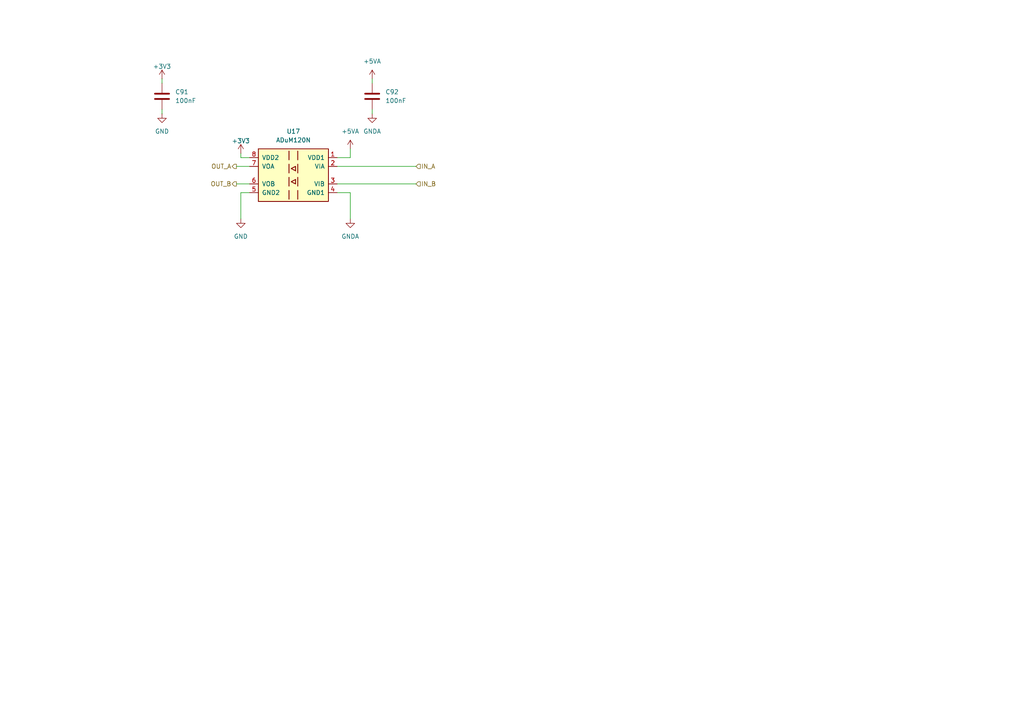
<source format=kicad_sch>
(kicad_sch (version 20231120) (generator "eeschema") (generator_version "8.0")
  (paper "A4")
  (lib_symbols
    (symbol "Device:C" (pin_numbers hide) (pin_names (offset 0.254))
      (property "Reference" "C" (at 0.635 2.54 0))
      (property "Value" "C" (at 0.635 -2.54 0))
      (symbol "C_0_1"
        (polyline (pts (xy -2.032 -0.762) (xy 2.032 -0.762)) (stroke (width 0.508)))
        (polyline (pts (xy -2.032 0.762) (xy 2.032 0.762)) (stroke (width 0.508)))
      )
      (symbol "C_1_1"
        (pin passive line (at 0 3.81 270) (length 2.794) (name "~") (number "1"))
        (pin passive line (at 0 -3.81 90) (length 2.794) (name "~") (number "2"))
      )
    )
    (symbol "Isolator:ADuM120N" (pin_names (offset 1.016))
      (property "Reference" "U" (at -10.16 8.89 0))
      (property "Value" "ADuM120N" (at -2.032 8.89 0))
      (symbol "ADuM120N_0_1"
        (rectangle (start -10.16 7.62) (end 10.16 -7.62) (stroke (width 0.254)) (fill (type background)))
        (polyline (pts (xy -1.27 -4.445) (xy -1.27 -6.985)) (stroke (width 0.254)))
        (polyline (pts (xy -1.27 -0.635) (xy -1.27 -3.175)) (stroke (width 0.254)))
        (polyline (pts (xy -1.27 3.175) (xy -1.27 0.635)) (stroke (width 0.254)))
        (polyline (pts (xy -1.27 6.985) (xy -1.27 4.445)) (stroke (width 0.254)))
        (polyline (pts (xy 1.27 -4.445) (xy 1.27 -6.985)) (stroke (width 0.254)))
        (polyline (pts (xy 1.27 -0.635) (xy 1.27 -3.175)) (stroke (width 0.254)))
        (polyline (pts (xy 1.27 3.175) (xy 1.27 0.635)) (stroke (width 0.254)))
        (polyline (pts (xy 1.27 6.985) (xy 1.27 4.445)) (stroke (width 0.254)))
        (polyline (pts (xy -0.635 -1.27) (xy -0.635 -2.54) (xy 0.635 -1.905) (xy -0.635 -1.27)) (stroke (width 0.254)))
        (polyline (pts (xy -0.635 1.27) (xy 0.635 1.905) (xy -0.635 2.54) (xy -0.635 1.27)) (stroke (width 0.254)))
      )
      (symbol "ADuM120N_1_1"
        (pin power_in line (at -12.7 5.08 0) (length 2.54) (name "VDD1") (number "1"))
        (pin input line (at -12.7 2.54 0) (length 2.54) (name "VIA") (number "2"))
        (pin input line (at -12.7 -2.54 0) (length 2.54) (name "VIB") (number "3"))
        (pin power_in line (at -12.7 -5.08 0) (length 2.54) (name "GND1") (number "4"))
        (pin power_in line (at 12.7 -5.08 180) (length 2.54) (name "GND2") (number "5"))
        (pin output line (at 12.7 -2.54 180) (length 2.54) (name "VOB") (number "6"))
        (pin output line (at 12.7 2.54 180) (length 2.54) (name "VOA") (number "7"))
        (pin power_in line (at 12.7 5.08 180) (length 2.54) (name "VDD2") (number "8"))
      )
    )
    (symbol "power:+3V3" (power) (pin_numbers hide) (pin_names (offset 0) hide)
      (property "Value" "+3V3" (at 0 3.556 0))
      (symbol "+3V3_0_1"
        (polyline (pts (xy -0.762 1.27) (xy 0 2.54)))
        (polyline (pts (xy 0 0) (xy 0 2.54)))
        (polyline (pts (xy 0 2.54) (xy 0.762 1.27)))
      )
      (symbol "+3V3_1_1"
        (pin power_in line (at 0 0 90) (length 0) (name "~") (number "1"))
      )
    )
    (symbol "power:+5VA" (power) (pin_numbers hide) (pin_names (offset 0) hide)
      (property "Value" "+5VA" (at 0 3.556 0))
      (symbol "+5VA_0_1"
        (polyline (pts (xy -0.762 1.27) (xy 0 2.54)))
        (polyline (pts (xy 0 0) (xy 0 2.54)))
        (polyline (pts (xy 0 2.54) (xy 0.762 1.27)))
      )
      (symbol "+5VA_1_1"
        (pin power_in line (at 0 0 90) (length 0) (name "~") (number "1"))
      )
    )
    (symbol "power:GND" (power) (pin_numbers hide) (pin_names (offset 0) hide)
      (property "Value" "GND" (at 0 -3.81 0))
      (symbol "GND_0_1"
        (polyline (pts (xy 0 0) (xy 0 -1.27) (xy 1.27 -1.27) (xy 0 -2.54) (xy -1.27 -1.27) (xy 0 -1.27)))
      )
      (symbol "GND_1_1"
        (pin power_in line (at 0 0 270) (length 0) (name "~") (number "1"))
      )
    )
    (symbol "power:GNDA" (power) (pin_numbers hide) (pin_names (offset 0) hide)
      (property "Value" "GNDA" (at 0 -3.81 0))
      (symbol "GNDA_0_1"
        (polyline (pts (xy 0 0) (xy 0 -1.27) (xy 1.27 -1.27) (xy 0 -2.54) (xy -1.27 -1.27) (xy 0 -1.27)))
      )
      (symbol "GNDA_1_1"
        (pin power_in line (at 0 0 270) (length 0) (name "~") (number "1"))
      )
    )
  )
  (wire (pts (xy 97.79 45.72) (xy 101.6 45.72)))
  (wire (pts (xy 97.79 55.88) (xy 101.6 55.88)))
  (wire (pts (xy 69.85 45.72) (xy 72.39 45.72)))
  (wire (pts (xy 101.6 55.88) (xy 101.6 63.5)))
  (wire (pts (xy 101.6 45.72) (xy 101.6 43.18)))
  (wire (pts (xy 97.79 53.34) (xy 120.65 53.34)))
  (wire (pts (xy 69.85 55.88) (xy 69.85 63.5)))
  (wire (pts (xy 68.58 53.34) (xy 72.39 53.34)))
  (wire (pts (xy 69.85 44.45) (xy 69.85 45.72)))
  (wire (pts (xy 46.99 31.75) (xy 46.99 33.02)))
  (wire (pts (xy 107.95 31.75) (xy 107.95 33.02)))
  (wire (pts (xy 107.95 22.86) (xy 107.95 24.13)))
  (wire (pts (xy 72.39 55.88) (xy 69.85 55.88)))
  (wire (pts (xy 97.79 48.26) (xy 120.65 48.26)))
  (wire (pts (xy 46.99 22.86) (xy 46.99 24.13)))
  (wire (pts (xy 68.58 48.26) (xy 72.39 48.26)))
  (hierarchical_label "IN_B" (shape input) (at 120.65 53.34 0))
  (hierarchical_label "OUT_B" (shape output) (at 68.58 53.34 180))
  (hierarchical_label "IN_A" (shape input) (at 120.65 48.26 0))
  (hierarchical_label "OUT_A" (shape output) (at 68.58 48.26 180))
  (symbol (lib_id "Isolator:ADuM120N") (at 85.09 50.8 0) (mirror y) (unit 1)
    (property "Reference" "U17" (at 85.09 38.1 0))
    (property "Value" "ADuM120N" (at 85.09 40.64 0))
    (property "Footprint" "Package_SO:SOIC-8_3.9x4.9mm_P1.27mm" (effects (hide yes)))
    (property "Datasheet" "https://www.analog.com/media/en/technical-documentation/data-sheets/ADuM120N_121N.pdf" (effects (hide yes)))
    (property "Description" "Dual-channel digital isolator,1.8 to 5V, 150Mbs, 3kV" (effects (hide yes)))
    (property "LCSC" "C7589219" (effects (hide yes)))
  )
  (symbol (lib_id "power:GNDA") (at 107.95 33.02 0) (unit 1)
    (property "Reference" "#PWR0196" (effects (hide yes)))
    (property "Value" "GNDA" (at 107.95 38.1 0))
    (property "Description" "Power symbol creates a global label with name \"GNDA\" , analog ground" (effects (hide yes)))
  )
  (symbol (lib_id "Device:C") (at 107.95 27.94 0) (unit 1)
    (property "Reference" "C92" (at 111.76 26.6699 0) (effects (justify left)))
    (property "Value" "100nF" (at 111.76 29.2099 0) (effects (justify left)))
    (property "Footprint" "Capacitor_SMD:C_0603_1608Metric" (effects (hide yes)))
    (property "Description" "Unpolarized capacitor" (effects (hide yes)))
    (property "LCSC" "C14663" (effects (hide yes)))
  )
  (symbol (lib_id "power:GNDA") (at 101.6 63.5 0) (unit 1)
    (property "Reference" "#PWR0194" (effects (hide yes)))
    (property "Value" "GNDA" (at 101.6 68.58 0))
    (property "Description" "Power symbol creates a global label with name \"GNDA\" , analog ground" (effects (hide yes)))
  )
  (symbol (lib_id "power:GND") (at 46.99 33.02 0) (unit 1)
    (property "Reference" "#PWR0188" (effects (hide yes)))
    (property "Value" "GND" (at 46.99 38.1 0))
    (property "Description" "Power symbol creates a global label with name \"GND\" , ground" (effects (hide yes)))
  )
  (symbol (lib_id "power:+3V3") (at 46.99 22.86 0) (unit 1)
    (property "Reference" "#PWR0187" (effects (hide yes)))
    (property "Value" "+3V3" (at 46.99 19.2842 0))
    (property "Description" "Power symbol creates a global label with name \"+3V3\"" (effects (hide yes)))
  )
  (symbol (lib_id "power:+3V3") (at 69.85 44.45 0) (unit 1)
    (property "Reference" "#PWR0191" (effects (hide yes)))
    (property "Value" "+3V3" (at 69.85 40.8742 0))
    (property "Description" "Power symbol creates a global label with name \"+3V3\"" (effects (hide yes)))
  )
  (symbol (lib_id "power:GND") (at 69.85 63.5 0) (unit 1)
    (property "Reference" "#PWR0192" (effects (hide yes)))
    (property "Value" "GND" (at 69.85 68.58 0))
    (property "Description" "Power symbol creates a global label with name \"GND\" , ground" (effects (hide yes)))
  )
  (symbol (lib_id "power:+5VA") (at 107.95 22.86 0) (unit 1)
    (property "Reference" "#PWR0195" (effects (hide yes)))
    (property "Value" "+5VA" (at 107.95 17.78 0))
    (property "Description" "Power symbol creates a global label with name \"+5VA\"" (effects (hide yes)))
  )
  (symbol (lib_id "Device:C") (at 46.99 27.94 0) (unit 1)
    (property "Reference" "C91" (at 50.8 26.6699 0) (effects (justify left)))
    (property "Value" "100nF" (at 50.8 29.2099 0) (effects (justify left)))
    (property "Footprint" "Capacitor_SMD:C_0603_1608Metric" (effects (hide yes)))
    (property "Description" "Unpolarized capacitor" (effects (hide yes)))
    (property "LCSC" "C14663" (effects (hide yes)))
  )
  (symbol (lib_id "power:+5VA") (at 101.6 43.18 0) (unit 1)
    (property "Reference" "#PWR0193" (effects (hide yes)))
    (property "Value" "+5VA" (at 101.6 38.1 0))
    (property "Description" "Power symbol creates a global label with name \"+5VA\"" (effects (hide yes)))
  )
)
</source>
